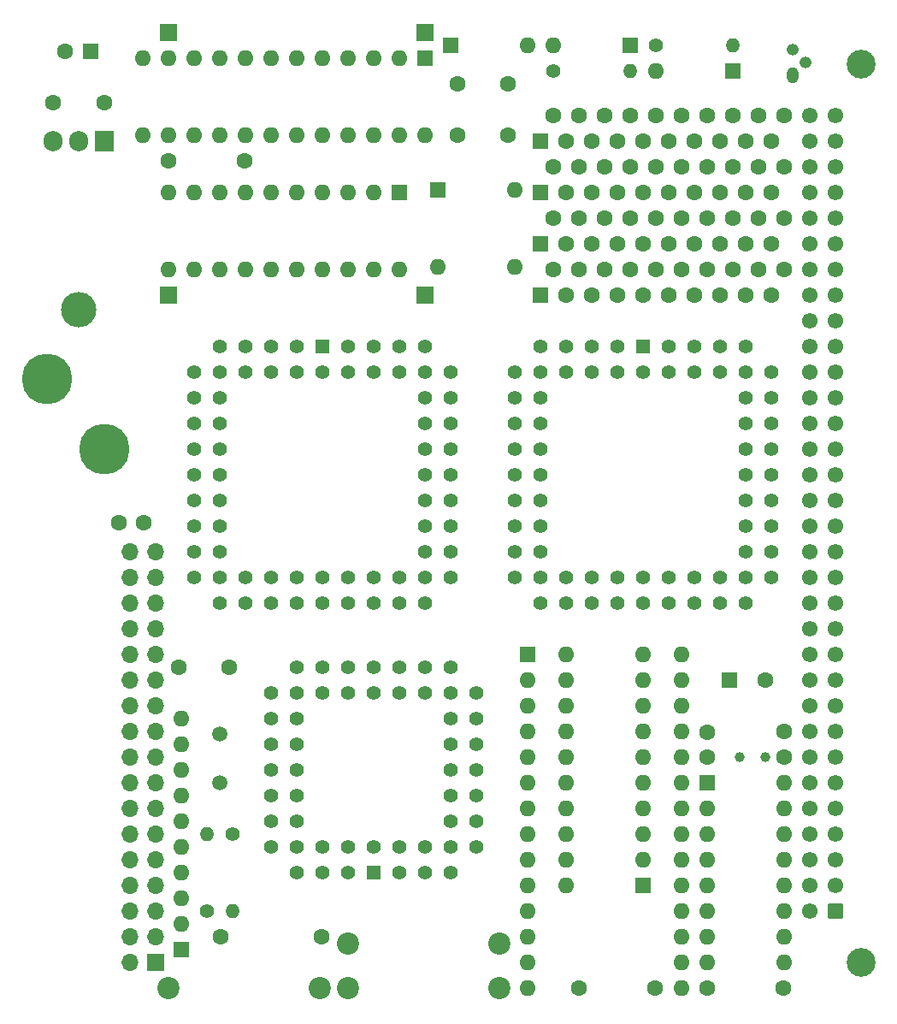
<source format=gbr>
%TF.GenerationSoftware,KiCad,Pcbnew,7.0.11+1*%
%TF.CreationDate,2024-04-14T15:49:11+02:00*%
%TF.ProjectId,GoldCard,476f6c64-4361-4726-942e-6b696361645f,rev?*%
%TF.SameCoordinates,Original*%
%TF.FileFunction,Soldermask,Top*%
%TF.FilePolarity,Negative*%
%FSLAX46Y46*%
G04 Gerber Fmt 4.6, Leading zero omitted, Abs format (unit mm)*
G04 Created by KiCad (PCBNEW 7.0.11+1) date 2024-04-14 15:49:11*
%MOMM*%
%LPD*%
G01*
G04 APERTURE LIST*
G04 Aperture macros list*
%AMRoundRect*
0 Rectangle with rounded corners*
0 $1 Rounding radius*
0 $2 $3 $4 $5 $6 $7 $8 $9 X,Y pos of 4 corners*
0 Add a 4 corners polygon primitive as box body*
4,1,4,$2,$3,$4,$5,$6,$7,$8,$9,$2,$3,0*
0 Add four circle primitives for the rounded corners*
1,1,$1+$1,$2,$3*
1,1,$1+$1,$4,$5*
1,1,$1+$1,$6,$7*
1,1,$1+$1,$8,$9*
0 Add four rect primitives between the rounded corners*
20,1,$1+$1,$2,$3,$4,$5,0*
20,1,$1+$1,$4,$5,$6,$7,0*
20,1,$1+$1,$6,$7,$8,$9,0*
20,1,$1+$1,$8,$9,$2,$3,0*%
G04 Aperture macros list end*
%ADD10R,1.600000X1.600000*%
%ADD11O,1.600000X1.600000*%
%ADD12C,1.400000*%
%ADD13O,1.400000X1.400000*%
%ADD14R,1.700000X1.700000*%
%ADD15O,1.700000X1.700000*%
%ADD16O,1.200000X1.600000*%
%ADD17O,1.200000X1.200000*%
%ADD18C,0.800000*%
%ADD19C,5.000000*%
%ADD20C,2.200000*%
%ADD21C,1.600000*%
%ADD22C,1.000000*%
%ADD23C,2.850000*%
%ADD24RoundRect,0.249999X0.525001X-0.525001X0.525001X0.525001X-0.525001X0.525001X-0.525001X-0.525001X0*%
%ADD25C,1.550000*%
%ADD26C,1.500000*%
%ADD27R,1.422400X1.422400*%
%ADD28C,1.422400*%
%ADD29O,3.500000X3.500000*%
%ADD30R,1.905000X2.000000*%
%ADD31O,1.905000X2.000000*%
G04 APERTURE END LIST*
D10*
%TO.C,U6*%
X219456000Y-129540000D03*
D11*
X219456000Y-127000000D03*
X219456000Y-124460000D03*
X219456000Y-121920000D03*
X219456000Y-119380000D03*
X219456000Y-116840000D03*
X219456000Y-114300000D03*
X219456000Y-111760000D03*
X219456000Y-109220000D03*
X219456000Y-106680000D03*
X211836000Y-106680000D03*
X211836000Y-109220000D03*
X211836000Y-111760000D03*
X211836000Y-114300000D03*
X211836000Y-116840000D03*
X211836000Y-119380000D03*
X211836000Y-121920000D03*
X211836000Y-124460000D03*
X211836000Y-127000000D03*
X211836000Y-129540000D03*
%TD*%
D12*
%TO.C,R3*%
X176276000Y-132080000D03*
D13*
X176276000Y-124460000D03*
%TD*%
D14*
%TO.C,J2*%
X171196000Y-137160000D03*
D15*
X168656000Y-137160000D03*
X171196000Y-134620000D03*
X168656000Y-134620000D03*
X171196000Y-132080000D03*
X168656000Y-132080000D03*
X171196000Y-129540000D03*
X168656000Y-129540000D03*
X171196000Y-127000000D03*
X168656000Y-127000000D03*
X171196000Y-124460000D03*
X168656000Y-124460000D03*
X171196000Y-121920000D03*
X168656000Y-121920000D03*
X171196000Y-119380000D03*
X168656000Y-119380000D03*
X171196000Y-116840000D03*
X168656000Y-116840000D03*
X171196000Y-114300000D03*
X168656000Y-114300000D03*
X171196000Y-111760000D03*
X168656000Y-111760000D03*
X171196000Y-109220000D03*
X168656000Y-109220000D03*
X171196000Y-106680000D03*
X168656000Y-106680000D03*
X171196000Y-104140000D03*
X168656000Y-104140000D03*
X171196000Y-101600000D03*
X168656000Y-101600000D03*
X171196000Y-99060000D03*
X168656000Y-99060000D03*
X171196000Y-96520000D03*
X168656000Y-96520000D03*
%TD*%
D10*
%TO.C,U4*%
X195326000Y-60960000D03*
D11*
X192786000Y-60960000D03*
X190246000Y-60960000D03*
X187706000Y-60960000D03*
X185166000Y-60960000D03*
X182626000Y-60960000D03*
X180086000Y-60960000D03*
X177546000Y-60960000D03*
X175006000Y-60960000D03*
X172466000Y-60960000D03*
X172466000Y-68580000D03*
X175006000Y-68580000D03*
X177546000Y-68580000D03*
X180086000Y-68580000D03*
X182626000Y-68580000D03*
X185166000Y-68580000D03*
X187706000Y-68580000D03*
X190246000Y-68580000D03*
X192786000Y-68580000D03*
X195326000Y-68580000D03*
%TD*%
D16*
%TO.C,Q1*%
X234245700Y-49345300D03*
D17*
X235515700Y-48075300D03*
X234245700Y-46805300D03*
%TD*%
D10*
%TO.C,D1*%
X200406000Y-46355000D03*
D11*
X208026000Y-46355000D03*
%TD*%
D18*
%TO.C,H1*%
X158526000Y-79375000D03*
X159075175Y-78049175D03*
X159075175Y-80700825D03*
X160401000Y-77500000D03*
D19*
X160401000Y-79375000D03*
D18*
X160401000Y-81250000D03*
X161726825Y-78049175D03*
X161726825Y-80700825D03*
X162276000Y-79375000D03*
%TD*%
D20*
%TO.C,C3*%
X205232000Y-139700000D03*
X190232000Y-139700000D03*
%TD*%
D21*
%TO.C,C10*%
X201081000Y-50165000D03*
X206081000Y-50165000D03*
%TD*%
%TO.C,C14*%
X178482000Y-107950000D03*
X173482000Y-107950000D03*
%TD*%
%TO.C,C1*%
X233426000Y-116800000D03*
X233426000Y-114300000D03*
%TD*%
D22*
%TO.C,Y3*%
X228981000Y-116840000D03*
X231521000Y-116840000D03*
%TD*%
D10*
%TO.C,U8*%
X209296000Y-66040000D03*
D21*
X210566000Y-63500000D03*
X211836000Y-66040000D03*
X213106000Y-63500000D03*
X214376000Y-66040000D03*
X215646000Y-63500000D03*
X216916000Y-66040000D03*
X218186000Y-63500000D03*
X219456000Y-66040000D03*
X220726000Y-63500000D03*
X221996000Y-66040000D03*
X223266000Y-63500000D03*
X224536000Y-66040000D03*
X225806000Y-63500000D03*
X227076000Y-66040000D03*
X228346000Y-63500000D03*
X229616000Y-66040000D03*
X230886000Y-63500000D03*
X232156000Y-66040000D03*
X233426000Y-63500000D03*
%TD*%
D14*
%TO.C,J5*%
X197866000Y-71120000D03*
%TD*%
D21*
%TO.C,C15*%
X201081000Y-55245000D03*
X206081000Y-55245000D03*
%TD*%
D14*
%TO.C,J6*%
X172466000Y-45085000D03*
%TD*%
D12*
%TO.C,R1*%
X210566000Y-48895000D03*
D13*
X218186000Y-48895000D03*
%TD*%
D20*
%TO.C,C4*%
X205232000Y-135255000D03*
X190232000Y-135255000D03*
%TD*%
D21*
%TO.C,C6*%
X177606000Y-134620000D03*
X187606000Y-134620000D03*
%TD*%
D10*
%TO.C,X1*%
X199136000Y-60706000D03*
D11*
X199136000Y-68326000D03*
X206756000Y-68326000D03*
X206756000Y-60706000D03*
%TD*%
D10*
%TO.C,C16*%
X228021000Y-109220000D03*
D21*
X231521000Y-109220000D03*
%TD*%
D23*
%TO.C,J1*%
X241046000Y-48260000D03*
X241046000Y-137160000D03*
D24*
X238506000Y-132080000D03*
D25*
X238506000Y-129540000D03*
X238506000Y-127000000D03*
X238506000Y-124460000D03*
X238506000Y-121920000D03*
X238506000Y-119380000D03*
X238506000Y-116840000D03*
X238506000Y-114300000D03*
X238506000Y-111760000D03*
X238506000Y-109220000D03*
X238506000Y-106680000D03*
X238506000Y-104140000D03*
X238506000Y-101600000D03*
X238506000Y-99060000D03*
X238506000Y-96520000D03*
X238506000Y-93980000D03*
X238506000Y-91440000D03*
X238506000Y-88900000D03*
X238506000Y-86360000D03*
X238506000Y-83820000D03*
X238506000Y-81280000D03*
X238506000Y-78740000D03*
X238506000Y-76200000D03*
X238506000Y-73660000D03*
X238506000Y-71120000D03*
X238506000Y-68580000D03*
X238506000Y-66040000D03*
X238506000Y-63500000D03*
X238506000Y-60960000D03*
X238506000Y-58420000D03*
X238506000Y-55880000D03*
X238506000Y-53340000D03*
X235966000Y-132080000D03*
X235966000Y-129540000D03*
X235966000Y-127000000D03*
X235966000Y-124460000D03*
X235966000Y-121920000D03*
X235966000Y-119380000D03*
X235966000Y-116840000D03*
X235966000Y-114300000D03*
X235966000Y-111760000D03*
X235966000Y-109220000D03*
X235966000Y-106680000D03*
X235966000Y-104140000D03*
X235966000Y-101600000D03*
X235966000Y-99060000D03*
X235966000Y-96520000D03*
X235966000Y-93980000D03*
X235966000Y-91440000D03*
X235966000Y-88900000D03*
X235966000Y-86360000D03*
X235966000Y-83820000D03*
X235966000Y-81280000D03*
X235966000Y-78740000D03*
X235966000Y-76200000D03*
X235966000Y-73660000D03*
X235966000Y-71120000D03*
X235966000Y-68580000D03*
X235966000Y-66040000D03*
X235966000Y-63500000D03*
X235966000Y-60960000D03*
X235966000Y-58420000D03*
X235966000Y-55880000D03*
X235966000Y-53340000D03*
%TD*%
D26*
%TO.C,Y2*%
X177546000Y-119380000D03*
X177546000Y-114500000D03*
%TD*%
D27*
%TO.C,U2*%
X219456000Y-76200000D03*
D28*
X219456000Y-78740000D03*
X216916000Y-76200000D03*
X216916000Y-78740000D03*
X214376000Y-76200000D03*
X214376000Y-78740000D03*
X211836000Y-76200000D03*
X211836000Y-78740000D03*
X209296000Y-76200000D03*
X206756000Y-78740000D03*
X209296000Y-78740000D03*
X206756000Y-81280000D03*
X209296000Y-81280000D03*
X206756000Y-83820000D03*
X209296000Y-83820000D03*
X206756000Y-86360000D03*
X209296000Y-86360000D03*
X206756000Y-88900000D03*
X209296000Y-88900000D03*
X206756000Y-91440000D03*
X209296000Y-91440000D03*
X206756000Y-93980000D03*
X209296000Y-93980000D03*
X206756000Y-96520000D03*
X209296000Y-96520000D03*
X206756000Y-99060000D03*
X209296000Y-101600000D03*
X209296000Y-99060000D03*
X211836000Y-101600000D03*
X211836000Y-99060000D03*
X214376000Y-101600000D03*
X214376000Y-99060000D03*
X216916000Y-101600000D03*
X216916000Y-99060000D03*
X219456000Y-101600000D03*
X219456000Y-99060000D03*
X221996000Y-101600000D03*
X221996000Y-99060000D03*
X224536000Y-101600000D03*
X224536000Y-99060000D03*
X227076000Y-101600000D03*
X227076000Y-99060000D03*
X229616000Y-101600000D03*
X232156000Y-99060000D03*
X229616000Y-99060000D03*
X232156000Y-96520000D03*
X229616000Y-96520000D03*
X232156000Y-93980000D03*
X229616000Y-93980000D03*
X232156000Y-91440000D03*
X229616000Y-91440000D03*
X232156000Y-88900000D03*
X229616000Y-88900000D03*
X232156000Y-86360000D03*
X229616000Y-86360000D03*
X232156000Y-83820000D03*
X229616000Y-83820000D03*
X232156000Y-81280000D03*
X229616000Y-81280000D03*
X232156000Y-78740000D03*
X229616000Y-76200000D03*
X229616000Y-78740000D03*
X227076000Y-76200000D03*
X227076000Y-78740000D03*
X224536000Y-76200000D03*
X224536000Y-78740000D03*
X221996000Y-76200000D03*
X221996000Y-78740000D03*
%TD*%
D27*
%TO.C,U1*%
X187706000Y-76200000D03*
D28*
X187706000Y-78740000D03*
X185166000Y-76200000D03*
X185166000Y-78740000D03*
X182626000Y-76200000D03*
X182626000Y-78740000D03*
X180086000Y-76200000D03*
X180086000Y-78740000D03*
X177546000Y-76200000D03*
X175006000Y-78740000D03*
X177546000Y-78740000D03*
X175006000Y-81280000D03*
X177546000Y-81280000D03*
X175006000Y-83820000D03*
X177546000Y-83820000D03*
X175006000Y-86360000D03*
X177546000Y-86360000D03*
X175006000Y-88900000D03*
X177546000Y-88900000D03*
X175006000Y-91440000D03*
X177546000Y-91440000D03*
X175006000Y-93980000D03*
X177546000Y-93980000D03*
X175006000Y-96520000D03*
X177546000Y-96520000D03*
X175006000Y-99060000D03*
X177546000Y-101600000D03*
X177546000Y-99060000D03*
X180086000Y-101600000D03*
X180086000Y-99060000D03*
X182626000Y-101600000D03*
X182626000Y-99060000D03*
X185166000Y-101600000D03*
X185166000Y-99060000D03*
X187706000Y-101600000D03*
X187706000Y-99060000D03*
X190246000Y-101600000D03*
X190246000Y-99060000D03*
X192786000Y-101600000D03*
X192786000Y-99060000D03*
X195326000Y-101600000D03*
X195326000Y-99060000D03*
X197866000Y-101600000D03*
X200406000Y-99060000D03*
X197866000Y-99060000D03*
X200406000Y-96520000D03*
X197866000Y-96520000D03*
X200406000Y-93980000D03*
X197866000Y-93980000D03*
X200406000Y-91440000D03*
X197866000Y-91440000D03*
X200406000Y-88900000D03*
X197866000Y-88900000D03*
X200406000Y-86360000D03*
X197866000Y-86360000D03*
X200406000Y-83820000D03*
X197866000Y-83820000D03*
X200406000Y-81280000D03*
X197866000Y-81280000D03*
X200406000Y-78740000D03*
X197866000Y-76200000D03*
X197866000Y-78740000D03*
X195326000Y-76200000D03*
X195326000Y-78740000D03*
X192786000Y-76200000D03*
X192786000Y-78740000D03*
X190246000Y-76200000D03*
X190246000Y-78740000D03*
%TD*%
D21*
%TO.C,C7*%
X225806000Y-139700000D03*
X233306000Y-139700000D03*
%TD*%
%TO.C,C11*%
X167533000Y-93599000D03*
X170033000Y-93599000D03*
%TD*%
D12*
%TO.C,R4*%
X178816000Y-124460000D03*
D13*
X178816000Y-132080000D03*
%TD*%
D10*
%TO.C,U5*%
X197866000Y-47625000D03*
D11*
X195326000Y-47625000D03*
X192786000Y-47625000D03*
X190246000Y-47625000D03*
X187706000Y-47625000D03*
X185166000Y-47625000D03*
X182626000Y-47625000D03*
X180086000Y-47625000D03*
X177546000Y-47625000D03*
X175006000Y-47625000D03*
X172466000Y-47625000D03*
X169926000Y-47625000D03*
X169926000Y-55245000D03*
X172466000Y-55245000D03*
X175006000Y-55245000D03*
X177546000Y-55245000D03*
X180086000Y-55245000D03*
X182626000Y-55245000D03*
X185166000Y-55245000D03*
X187706000Y-55245000D03*
X190246000Y-55245000D03*
X192786000Y-55245000D03*
X195326000Y-55245000D03*
X197866000Y-55245000D03*
%TD*%
D21*
%TO.C,C12*%
X172506000Y-57785000D03*
X180006000Y-57785000D03*
%TD*%
D29*
%TO.C,U0*%
X163576000Y-72540000D03*
D30*
X166116000Y-55880000D03*
D31*
X163576000Y-55880000D03*
X161036000Y-55880000D03*
%TD*%
D21*
%TO.C,C13*%
X213146000Y-139700000D03*
X220646000Y-139700000D03*
%TD*%
D10*
%TO.C,U11*%
X209296000Y-60960000D03*
D21*
X210566000Y-58420000D03*
X211836000Y-60960000D03*
X213106000Y-58420000D03*
X214376000Y-60960000D03*
X215646000Y-58420000D03*
X216916000Y-60960000D03*
X218186000Y-58420000D03*
X219456000Y-60960000D03*
X220726000Y-58420000D03*
X221996000Y-60960000D03*
X223266000Y-58420000D03*
X224536000Y-60960000D03*
X225806000Y-58420000D03*
X227076000Y-60960000D03*
X228346000Y-58420000D03*
X229616000Y-60960000D03*
X230886000Y-58420000D03*
X232156000Y-60960000D03*
X233426000Y-58420000D03*
%TD*%
D14*
%TO.C,J4*%
X172466000Y-71120000D03*
%TD*%
D10*
%TO.C,U7*%
X225806000Y-119380000D03*
D11*
X225806000Y-121920000D03*
X225806000Y-124460000D03*
X225806000Y-127000000D03*
X225806000Y-129540000D03*
X225806000Y-132080000D03*
X225806000Y-134620000D03*
X225806000Y-137160000D03*
X233426000Y-137160000D03*
X233426000Y-134620000D03*
X233426000Y-132080000D03*
X233426000Y-129540000D03*
X233426000Y-127000000D03*
X233426000Y-124460000D03*
X233426000Y-121920000D03*
X233426000Y-119380000D03*
%TD*%
D18*
%TO.C,H2*%
X164241000Y-86360000D03*
X164790175Y-85034175D03*
X164790175Y-87685825D03*
X166116000Y-84485000D03*
D19*
X166116000Y-86360000D03*
D18*
X166116000Y-88235000D03*
X167441825Y-85034175D03*
X167441825Y-87685825D03*
X167991000Y-86360000D03*
%TD*%
D10*
%TO.C,U3*%
X208026000Y-106680000D03*
D11*
X208026000Y-109220000D03*
X208026000Y-111760000D03*
X208026000Y-114300000D03*
X208026000Y-116840000D03*
X208026000Y-119380000D03*
X208026000Y-121920000D03*
X208026000Y-124460000D03*
X208026000Y-127000000D03*
X208026000Y-129540000D03*
X208026000Y-132080000D03*
X208026000Y-134620000D03*
X208026000Y-137160000D03*
X208026000Y-139700000D03*
X223266000Y-139700000D03*
X223266000Y-137160000D03*
X223266000Y-134620000D03*
X223266000Y-132080000D03*
X223266000Y-129540000D03*
X223266000Y-127000000D03*
X223266000Y-124460000D03*
X223266000Y-121920000D03*
X223266000Y-119380000D03*
X223266000Y-116840000D03*
X223266000Y-114300000D03*
X223266000Y-111760000D03*
X223266000Y-109220000D03*
X223266000Y-106680000D03*
%TD*%
D20*
%TO.C,C5*%
X172466000Y-139700000D03*
X187466000Y-139700000D03*
%TD*%
D10*
%TO.C,U9*%
X209296000Y-71120000D03*
D21*
X210566000Y-68580000D03*
X211836000Y-71120000D03*
X213106000Y-68580000D03*
X214376000Y-71120000D03*
X215646000Y-68580000D03*
X216916000Y-71120000D03*
X218186000Y-68580000D03*
X219456000Y-71120000D03*
X220726000Y-68580000D03*
X221996000Y-71120000D03*
X223266000Y-68580000D03*
X224536000Y-71120000D03*
X225806000Y-68580000D03*
X227076000Y-71120000D03*
X228346000Y-68580000D03*
X229616000Y-71120000D03*
X230886000Y-68580000D03*
X232156000Y-71120000D03*
X233426000Y-68580000D03*
%TD*%
%TO.C,C2*%
X225806000Y-116820000D03*
X225806000Y-114320000D03*
%TD*%
D10*
%TO.C,D3*%
X228346000Y-48895000D03*
D11*
X220726000Y-48895000D03*
%TD*%
D27*
%TO.C,U12*%
X192786000Y-128270000D03*
D28*
X192786000Y-125730000D03*
X195326000Y-128270000D03*
X195326000Y-125730000D03*
X197866000Y-128270000D03*
X197866000Y-125730000D03*
X200406000Y-128270000D03*
X202946000Y-125730000D03*
X200406000Y-125730000D03*
X202946000Y-123190000D03*
X200406000Y-123190000D03*
X202946000Y-120650000D03*
X200406000Y-120650000D03*
X202946000Y-118110000D03*
X200406000Y-118110000D03*
X202946000Y-115570000D03*
X200406000Y-115570000D03*
X202946000Y-113030000D03*
X200406000Y-113030000D03*
X202946000Y-110490000D03*
X200406000Y-107950000D03*
X200406000Y-110490000D03*
X197866000Y-107950000D03*
X197866000Y-110490000D03*
X195326000Y-107950000D03*
X195326000Y-110490000D03*
X192786000Y-107950000D03*
X192786000Y-110490000D03*
X190246000Y-107950000D03*
X190246000Y-110490000D03*
X187706000Y-107950000D03*
X187706000Y-110490000D03*
X185166000Y-107950000D03*
X182626000Y-110490000D03*
X185166000Y-110490000D03*
X182626000Y-113030000D03*
X185166000Y-113030000D03*
X182626000Y-115570000D03*
X185166000Y-115570000D03*
X182626000Y-118110000D03*
X185166000Y-118110000D03*
X182626000Y-120650000D03*
X185166000Y-120650000D03*
X182626000Y-123190000D03*
X185166000Y-123190000D03*
X182626000Y-125730000D03*
X185166000Y-128270000D03*
X185166000Y-125730000D03*
X187706000Y-128270000D03*
X187706000Y-125730000D03*
X190246000Y-128270000D03*
X190246000Y-125730000D03*
%TD*%
D10*
%TO.C,D2*%
X218186000Y-46355000D03*
D11*
X210566000Y-46355000D03*
%TD*%
D21*
%TO.C,C9*%
X166076000Y-52070000D03*
X161076000Y-52070000D03*
%TD*%
D10*
%TO.C,U10*%
X209296000Y-55880000D03*
D21*
X210566000Y-53340000D03*
X211836000Y-55880000D03*
X213106000Y-53340000D03*
X214376000Y-55880000D03*
X215646000Y-53340000D03*
X216916000Y-55880000D03*
X218186000Y-53340000D03*
X219456000Y-55880000D03*
X220726000Y-53340000D03*
X221996000Y-55880000D03*
X223266000Y-53340000D03*
X224536000Y-55880000D03*
X225806000Y-53340000D03*
X227076000Y-55880000D03*
X228346000Y-53340000D03*
X229616000Y-55880000D03*
X230886000Y-53340000D03*
X232156000Y-55880000D03*
X233426000Y-53340000D03*
%TD*%
D12*
%TO.C,R2*%
X220726000Y-46355000D03*
D13*
X228346000Y-46355000D03*
%TD*%
D10*
%TO.C,C8*%
X164737400Y-46990000D03*
D21*
X162237400Y-46990000D03*
%TD*%
D14*
%TO.C,J3*%
X197866000Y-45085000D03*
%TD*%
D10*
%TO.C,RN1*%
X173736000Y-135890000D03*
D11*
X173736000Y-133350000D03*
X173736000Y-130810000D03*
X173736000Y-128270000D03*
X173736000Y-125730000D03*
X173736000Y-123190000D03*
X173736000Y-120650000D03*
X173736000Y-118110000D03*
X173736000Y-115570000D03*
X173736000Y-113030000D03*
%TD*%
M02*

</source>
